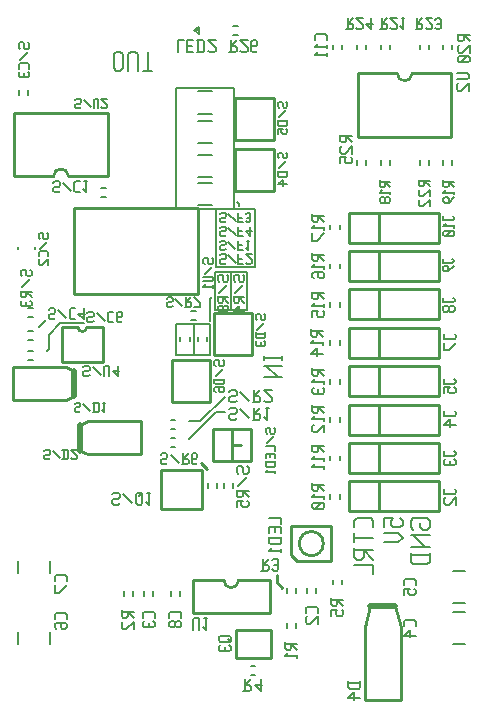
<source format=gbr>
G04 start of page 9 for group -4078 idx -4078 *
G04 Title: (unknown), bottomsilk *
G04 Creator: pcb 1.99z *
G04 CreationDate: Wed 09 Mar 2011 16:43:30 GMT UTC *
G04 For: richard *
G04 Format: Gerber/RS-274X *
G04 PCB-Dimensions: 165354 236220 *
G04 PCB-Coordinate-Origin: lower left *
%MOIN*%
%FSLAX25Y25*%
%LNBACKSILK*%
%ADD11C,0.0200*%
%ADD13C,0.0100*%
%ADD15C,0.0079*%
%ADD64C,0.0080*%
G54D15*X77362Y170473D02*Y171260D01*
X69685Y169488D02*Y150394D01*
X82677Y150197D02*Y169488D01*
X69685Y150197D02*X82677D01*
X77363Y171259D02*X76576Y172046D01*
X75591Y169685D02*X56299D01*
X82677Y169488D02*X69685D01*
X75591Y210039D02*Y169685D01*
X56299Y210039D02*X75591D01*
X56299Y169685D02*Y210039D01*
G54D13*X64567Y85040D02*X66535Y83070D01*
X89764Y47637D02*Y45275D01*
X91732Y43307D01*
G54D15*X56299Y131299D02*Y121063D01*
X67717Y131299D02*X56299D01*
X67717Y121063D02*Y131299D01*
X62205D02*Y121063D01*
X56299D02*X67717D01*
X60630Y98818D02*X64173D01*
X72441Y107086D01*
X69685Y101967D02*X72441Y101968D01*
X60630Y92913D02*X69685Y101968D01*
X67520Y139568D02*X68110Y140158D01*
X67520Y132284D02*Y139568D01*
X69291Y136024D02*Y148622D01*
X79921Y136024D02*X69291D01*
X79921Y148622D02*Y136024D01*
X69291Y148622D02*X79921D01*
X74606D02*Y136024D01*
X13976Y123032D02*X13189Y122245D01*
X13976Y127756D02*Y123032D01*
X17717Y131496D02*X13976Y127756D01*
X12796Y132677D02*X10434Y130315D01*
X25591Y131496D02*X17717D01*
X35435Y216484D02*Y221104D01*
Y216484D02*X36205Y215714D01*
X37745D01*
X38515Y216484D01*
Y221104D01*
X37745Y221874D02*X38515Y221104D01*
X36205Y221874D02*X37745D01*
X35435Y221104D02*X36205Y221874D01*
X40364Y215714D02*Y221104D01*
X41134Y221874D01*
X42674D01*
X43444Y221104D01*
Y215714D02*Y221104D01*
X45294Y215714D02*X48374D01*
X46834D02*Y221874D01*
X85597Y119130D02*Y120670D01*
Y119900D02*X91757D01*
Y119130D02*Y120670D01*
X85597Y117281D02*X91757D01*
X85597D02*X86367D01*
X90217Y113431D01*
X85597D02*X91757D01*
X134621Y63436D02*X135396Y62661D01*
X134621Y63436D02*Y65761D01*
X135396Y66536D02*X134621Y65761D01*
X135396Y66536D02*X140046D01*
X140821Y65761D01*
Y63436D02*Y65761D01*
Y63436D02*X140046Y62661D01*
X138496D02*X140046D01*
X137721Y63436D02*X138496Y62661D01*
X137721Y63436D02*Y64986D01*
X134621Y60800D02*X140821D01*
X134621D02*X135396D01*
X139271Y56925D01*
X134621D02*X140821D01*
X134621Y54288D02*X140821D01*
X134621Y51963D02*X135396Y51188D01*
X140046D01*
X140821Y51963D02*X140046Y51188D01*
X140821Y51963D02*Y55063D01*
X134621Y51963D02*Y55063D01*
X125567Y63436D02*Y66536D01*
X128667D01*
X127892Y65761D01*
Y64211D02*Y65761D01*
Y64211D02*X128667Y63436D01*
X130992D01*
X131767Y64211D02*X130992Y63436D01*
X131767Y64211D02*Y65761D01*
X130992Y66536D02*X131767Y65761D01*
X125567Y61575D02*X130217D01*
X131767Y60025D01*
X130217Y58475D01*
X125567D02*X130217D01*
X121925Y63436D02*Y65761D01*
X121150Y66536D02*X121925Y65761D01*
X116500Y66536D02*X121150D01*
X116500D02*X115725Y65761D01*
Y63436D02*Y65761D01*
Y58475D02*Y61575D01*
Y60025D02*X121925D01*
X115725Y53513D02*Y56613D01*
Y53513D02*X116500Y52738D01*
X118050D01*
X118825Y53513D02*X118050Y52738D01*
X118825Y53513D02*Y55838D01*
X115725D02*X121925D01*
X118825D02*X121925Y52738D01*
X115725Y50877D02*X121925D01*
Y47777D02*Y50877D01*
G54D13*X68503Y96244D02*Y85644D01*
Y96244D02*X81103D01*
Y85644D01*
X68503D02*X81103D01*
X74803Y96244D02*Y85644D01*
Y90944D02*X77803D01*
G54D15*X107744Y74605D02*Y73031D01*
X110760Y74605D02*Y73031D01*
X69815Y78185D02*Y76611D01*
X66799Y78185D02*Y76611D01*
X75327Y78185D02*Y76611D01*
X72311Y78185D02*Y76611D01*
X107744Y87401D02*Y85827D01*
X110760Y87401D02*Y85827D01*
G54D13*X113937Y81614D02*X123937D01*
Y91614D02*Y81614D01*
X113937Y91614D02*Y81614D01*
X143937D01*
Y91614D02*Y81614D01*
X113937Y91614D02*X143937D01*
X113937Y68818D02*X123937D01*
Y78818D02*Y68818D01*
X113937Y78818D02*Y68818D01*
X143937D01*
Y78818D02*Y68818D01*
X113937Y78818D02*X143937D01*
G54D15*X107744Y112991D02*Y111417D01*
X110760Y112991D02*Y111417D01*
X107744Y125787D02*Y124213D01*
X110760Y125787D02*Y124213D01*
X103083Y43306D02*Y41732D01*
X100067Y43306D02*Y41732D01*
X111744Y46062D02*Y44488D01*
X108728Y46062D02*Y44488D01*
G54D11*X120991Y37106D02*X129403D01*
G54D13*X131103Y30106D01*
Y5806D01*
X119291D02*X131103D01*
X119291Y30106D02*Y5806D01*
X120991Y37106D02*X119291Y30106D01*
G54D15*X96390Y31495D02*Y29921D01*
X93374Y31495D02*Y29921D01*
X96389Y43306D02*Y41732D01*
X93373Y43306D02*Y41732D01*
G54D13*X88030Y29306D02*Y19906D01*
X76130Y29306D02*X88030D01*
X76130D02*Y19906D01*
X88030D01*
G54D15*X81103Y17256D02*X82677D01*
X81103Y14240D02*X82677D01*
G54D13*X94688Y54170D02*X96688Y52170D01*
X108068D02*X96688D01*
X108068Y63970D02*Y52170D01*
X94688Y63970D02*X108068D01*
X94688Y54170D02*Y63970D01*
X97378Y58070D02*G75*G03X97378Y58070I4000J0D01*G01*
G54D64*X148623Y49014D02*X152559D01*
X148623Y38386D02*X152559D01*
X148623Y35235D02*X152559D01*
X148623Y24607D02*X152559D01*
G54D15*X38845Y42161D02*Y40587D01*
X41861Y42161D02*Y40587D01*
G54D64*X3544Y52164D02*Y48228D01*
X14172Y52164D02*Y48228D01*
G54D15*X45736Y42161D02*Y40587D01*
X48752Y42161D02*Y40587D01*
G54D13*X51180Y82481D02*Y69681D01*
X65080D01*
Y82481D02*Y69681D01*
X51180Y82481D02*X65080D01*
G54D11*X24334Y89007D02*Y97607D01*
G54D13*X26934Y98807D01*
X44534D01*
Y87807D01*
X26934D01*
X24334Y89007D01*
G54D15*X54492Y90224D02*X56066D01*
X54492Y93240D02*X56066D01*
X54594Y42161D02*Y40587D01*
X57610Y42161D02*Y40587D01*
G54D13*X61834Y45881D02*X72145D01*
X77145D02*X87456D01*
X61834D02*Y34905D01*
X87456D01*
Y45881D02*Y34905D01*
X72145Y45881D02*G75*G03X77145Y45881I2500J0D01*G01*
G54D64*X14172Y28542D02*Y24606D01*
X3544Y28542D02*Y24606D01*
X63582Y178346D02*X68306D01*
X63582Y170866D02*X68306D01*
X63582Y208858D02*X68306D01*
X63582Y201378D02*X68306D01*
G54D13*X88880Y189611D02*Y175711D01*
X76080D02*X88880D01*
X76080Y189611D02*Y175711D01*
Y189611D02*X88880D01*
X76080Y192672D02*Y206572D01*
X88880D01*
Y192672D01*
X76080D01*
G54D64*X63582Y187597D02*X68306D01*
X63582Y180117D02*X68306D01*
X63582Y199016D02*X68306D01*
X63582Y191536D02*X68306D01*
G54D15*X75197Y230641D02*X76771D01*
X75197Y227625D02*X76771D01*
G54D13*X113937Y94409D02*X123937D01*
Y104409D02*Y94409D01*
X113937Y104409D02*Y94409D01*
X143937D01*
Y104409D02*Y94409D01*
X113937Y104409D02*X143937D01*
X113937Y107204D02*X123937D01*
Y117204D02*Y107204D01*
X113937Y117204D02*Y107204D01*
X143937D01*
Y117204D02*Y107204D01*
X113937Y117204D02*X143937D01*
X113937Y120000D02*X123937D01*
Y130000D02*Y120000D01*
X113937Y130000D02*Y120000D01*
X143937D01*
Y130000D02*Y120000D01*
X113937Y130000D02*X143937D01*
G54D15*X107744Y100196D02*Y98622D01*
X110760Y100196D02*Y98622D01*
G54D13*X113937Y132795D02*X123937D01*
Y142795D02*Y132795D01*
X113937Y142795D02*Y132795D01*
X143937D01*
Y142795D02*Y132795D01*
X113937Y142795D02*X143937D01*
G54D15*X107744Y149803D02*Y151377D01*
X110760Y149803D02*Y151377D01*
G54D13*X113937Y158385D02*X123937D01*
Y168385D02*Y158385D01*
X113937Y168385D02*Y158385D01*
X143937D01*
Y168385D02*Y158385D01*
X113937Y168385D02*X143937D01*
G54D15*X107744Y138582D02*Y137008D01*
X110760Y138582D02*Y137008D01*
G54D13*X113937Y145590D02*X123937D01*
Y155590D02*Y145590D01*
X113937Y155590D02*Y145590D01*
X143937D01*
Y155590D02*Y145590D01*
X113937Y155590D02*X143937D01*
X2347Y201651D02*Y180439D01*
Y201651D02*X33479D01*
Y180439D01*
X2347D02*X15413D01*
X20413D02*X33479D01*
X20413D02*G75*G03X15413Y180439I-2500J0D01*G01*
G54D64*X9251Y156888D02*Y156102D01*
X3741Y156888D02*Y156102D01*
G54D15*X31263Y173689D02*X32837D01*
X31263Y176705D02*X32837D01*
X62366Y229133D02*X63940D01*
X62366D02*X63940Y227952D01*
X62366Y229133D02*X63940Y230314D01*
Y227952D02*Y230314D01*
G54D13*X18148Y130241D02*X23548D01*
X26648D02*X32048D01*
Y118441D01*
X18148D02*X32048D01*
X18148Y130241D02*Y118441D01*
X23548Y130241D02*G75*G03X26548Y130241I1500J0D01*G01*
X22218Y141312D02*X63618D01*
X22218Y169812D02*Y141312D01*
Y169812D02*X63618D01*
Y141312D01*
G54D15*X7088Y136547D02*X8662D01*
X7088Y133531D02*X8662D01*
G54D11*X22123Y115717D02*Y107117D01*
G54D13*X19523Y105917D01*
X1923D02*X19523D01*
X1923Y116917D02*Y105917D01*
Y116917D02*X19523D01*
X22123Y115717D01*
G54D15*X54492Y96130D02*X56066D01*
X54492Y99146D02*X56066D01*
X6854Y126051D02*X8428D01*
X6854Y129067D02*X8428D01*
X7087Y122374D02*X8661D01*
X7087Y119358D02*X8661D01*
X7019Y209216D02*Y207642D01*
X4003Y209216D02*Y207642D01*
G54D13*X67738Y119224D02*Y105324D01*
X54938D02*X67738D01*
X54938Y119224D02*Y105324D01*
Y119224D02*X67738D01*
G54D15*X63453Y127004D02*Y125430D01*
X66469Y127004D02*Y125430D01*
X57745Y127004D02*Y125430D01*
X60761Y127004D02*Y125430D01*
X61185Y135760D02*X62759D01*
X61185Y132744D02*X62759D01*
X107744Y164369D02*Y162795D01*
X110760Y164369D02*Y162795D01*
G54D13*X68833Y120890D02*Y134790D01*
X81633D01*
Y120890D01*
X68833D01*
G54D15*X145342Y224409D02*Y222835D01*
X148358Y224409D02*Y222835D01*
X124476Y224409D02*Y222835D01*
X127492Y224409D02*Y222835D01*
X140484Y224409D02*Y222835D01*
X137468Y224409D02*Y222835D01*
G54D13*X148046Y214837D02*Y193625D01*
X116914D02*X148046D01*
X116914Y214837D02*Y193625D01*
X134980Y214837D02*X148046D01*
X116914D02*X129980D01*
G75*G03X134980Y214837I2500J0D01*G01*
G54D15*X119618Y224409D02*Y222835D01*
X116602Y224409D02*Y222835D01*
X111744Y224409D02*Y222835D01*
X108728Y224409D02*Y222835D01*
X148358Y185826D02*Y184252D01*
X145342Y185826D02*Y184252D01*
X137468Y185825D02*Y184251D01*
X140484Y185825D02*Y184251D01*
X116602Y185826D02*Y184252D01*
X119618Y185826D02*Y184252D01*
X127491Y185827D02*Y184253D01*
X124475Y185827D02*Y184253D01*
X90214Y186869D02*X90604Y186479D01*
X90214Y186869D02*Y188039D01*
X90604Y188429D02*X90214Y188039D01*
X90604Y188429D02*X91384D01*
X91774Y188039D01*
Y186869D02*Y188039D01*
Y186869D02*X92164Y186479D01*
X92944D01*
X93334Y186869D02*X92944Y186479D01*
X93334Y186869D02*Y188039D01*
X92944Y188429D02*X93334Y188039D01*
X92944Y185543D02*X90604Y183203D01*
X90214Y181876D02*X93334D01*
X90214Y180706D02*X90604Y180316D01*
X92944D01*
X93334Y180706D02*X92944Y180316D01*
X93334Y180706D02*Y182266D01*
X90214Y180706D02*Y182266D01*
X91774Y179379D02*X90214Y177819D01*
X91774Y177429D02*Y179379D01*
X90214Y177819D02*X93334D01*
X106575Y225878D02*Y227378D01*
X106075Y227878D02*X106575Y227378D01*
X103075Y227878D02*X106075D01*
X103075D02*X102575Y227378D01*
Y225878D02*Y227378D01*
X106575Y223177D02*Y224177D01*
X102575Y223677D02*X106575D01*
X103575Y224677D02*X102575Y223677D01*
X106575Y220476D02*Y221476D01*
X102575Y220976D02*X106575D01*
X103575Y221976D02*X102575Y220976D01*
X90216Y203799D02*X90606Y203409D01*
X90216Y203799D02*Y204969D01*
X90606Y205359D02*X90216Y204969D01*
X90606Y205359D02*X91386D01*
X91776Y204969D01*
Y203799D02*Y204969D01*
Y203799D02*X92166Y203409D01*
X92946D01*
X93336Y203799D02*X92946Y203409D01*
X93336Y203799D02*Y204969D01*
X92946Y205359D02*X93336Y204969D01*
X92946Y202473D02*X90606Y200133D01*
X90216Y198806D02*X93336D01*
X90216Y197636D02*X90606Y197246D01*
X92946D01*
X93336Y197636D02*X92946Y197246D01*
X93336Y197636D02*Y199196D01*
X90216Y197636D02*Y199196D01*
Y194749D02*Y196309D01*
X91776D01*
X91386Y195919D01*
Y195139D02*Y195919D01*
Y195139D02*X91776Y194749D01*
X92946D01*
X93336Y195139D02*X92946Y194749D01*
X93336Y195139D02*Y195919D01*
X92946Y196309D02*X93336Y195919D01*
X72426Y151370D02*X72816Y151760D01*
X71256Y151370D02*X72426D01*
X70866Y151760D02*X71256Y151370D01*
X70866Y151760D02*Y152540D01*
X71256Y152930D01*
X72426D01*
X72816Y153320D01*
Y154100D01*
X72426Y154490D02*X72816Y154100D01*
X71256Y154490D02*X72426D01*
X70866Y154100D02*X71256Y154490D01*
X73752Y154100D02*X76092Y151760D01*
X77029Y151370D02*Y154490D01*
Y151370D02*X78589D01*
X77029Y152930D02*X78199D01*
X79526Y151760D02*X79916Y151370D01*
X81086D01*
X81476Y151760D01*
Y152540D01*
X79526Y154490D02*X81476Y152540D01*
X79526Y154490D02*X81476D01*
X72424Y155897D02*X72814Y156287D01*
X71254Y155897D02*X72424D01*
X70864Y156287D02*X71254Y155897D01*
X70864Y156287D02*Y157067D01*
X71254Y157457D01*
X72424D01*
X72814Y157847D01*
Y158627D01*
X72424Y159017D02*X72814Y158627D01*
X71254Y159017D02*X72424D01*
X70864Y158627D02*X71254Y159017D01*
X73750Y158627D02*X76090Y156287D01*
X77027Y155897D02*Y159017D01*
Y155897D02*X78587D01*
X77027Y157457D02*X78197D01*
X79914Y159017D02*X80694D01*
X80304Y155897D02*Y159017D01*
X79524Y156677D02*X80304Y155897D01*
X65387Y151624D02*X65777Y151234D01*
X65387Y151624D02*Y152794D01*
X65777Y153184D02*X65387Y152794D01*
X65777Y153184D02*X66557D01*
X66947Y152794D01*
Y151624D02*Y152794D01*
Y151624D02*X67337Y151234D01*
X68117D01*
X68507Y151624D02*X68117Y151234D01*
X68507Y151624D02*Y152794D01*
X68117Y153184D02*X68507Y152794D01*
X68117Y150298D02*X65777Y147958D01*
X65387Y147021D02*X68117D01*
X68507Y146631D01*
Y145851D02*Y146631D01*
Y145851D02*X68117Y145461D01*
X65387D02*X68117D01*
X68507Y143354D02*Y144134D01*
X65387Y143744D02*X68507D01*
X66167Y144524D02*X65387Y143744D01*
X72425Y160622D02*X72815Y161012D01*
X71255Y160622D02*X72425D01*
X70865Y161012D02*X71255Y160622D01*
X70865Y161012D02*Y161792D01*
X71255Y162182D01*
X72425D01*
X72815Y162572D01*
Y163352D01*
X72425Y163742D02*X72815Y163352D01*
X71255Y163742D02*X72425D01*
X70865Y163352D02*X71255Y163742D01*
X73751Y163352D02*X76091Y161012D01*
X77028Y160622D02*Y163742D01*
Y160622D02*X78588D01*
X77028Y162182D02*X78198D01*
X79525D02*X81085Y160622D01*
X79525Y162182D02*X81475D01*
X81085Y160622D02*Y163742D01*
X72425Y165150D02*X72815Y165540D01*
X71255Y165150D02*X72425D01*
X70865Y165540D02*X71255Y165150D01*
X70865Y165540D02*Y166320D01*
X71255Y166710D01*
X72425D01*
X72815Y167100D01*
Y167880D01*
X72425Y168270D02*X72815Y167880D01*
X71255Y168270D02*X72425D01*
X70865Y167880D02*X71255Y168270D01*
X73751Y167880D02*X76091Y165540D01*
X77028Y165150D02*Y168270D01*
Y165150D02*X78588D01*
X77028Y166710D02*X78198D01*
X79525Y165540D02*X79915Y165150D01*
X80695D01*
X81085Y165540D01*
Y167880D01*
X80695Y168270D02*X81085Y167880D01*
X79915Y168270D02*X80695D01*
X79525Y167880D02*X79915Y168270D01*
Y166710D02*X81085D01*
X74016Y221866D02*X76016D01*
X76516Y222366D01*
Y223366D01*
X76016Y223866D02*X76516Y223366D01*
X74516Y223866D02*X76016D01*
X74516Y221866D02*Y225866D01*
Y223866D02*X76516Y225866D01*
X77717Y222366D02*X78217Y221866D01*
X79717D01*
X80217Y222366D01*
Y223366D01*
X77717Y225866D02*X80217Y223366D01*
X77717Y225866D02*X80217D01*
X82918Y221866D02*X83418Y222366D01*
X81918Y221866D02*X82918D01*
X81418Y222366D02*X81918Y221866D01*
X81418Y222366D02*Y225366D01*
X81918Y225866D01*
X82918Y223866D02*X83418Y224366D01*
X81418Y223866D02*X82918D01*
X81918Y225866D02*X82918D01*
X83418Y225366D01*
Y224366D02*Y225366D01*
X92732Y23195D02*Y25195D01*
Y23195D02*X93232Y22695D01*
X94232D01*
X94732Y23195D02*X94232Y22695D01*
X94732Y23195D02*Y24695D01*
X92732D02*X96732D01*
X94732D02*X96732Y22695D01*
Y19994D02*Y20994D01*
X92732Y20494D02*X96732D01*
X93732Y21494D02*X92732Y20494D01*
X70981Y27399D02*X73981D01*
X70981D02*X70481Y26899D01*
Y25899D02*Y26899D01*
Y25899D02*X70981Y25399D01*
X73981D01*
X74481Y25899D02*X73981Y25399D01*
X74481Y25899D02*Y26899D01*
X73981Y27399D02*X74481Y26899D01*
X73481Y26399D02*X74481Y25399D01*
X70981Y24198D02*X70481Y23698D01*
Y22698D02*Y23698D01*
Y22698D02*X70981Y22198D01*
X73981D01*
X74481Y22698D02*X73981Y22198D01*
X74481Y22698D02*Y23698D01*
X73981Y24198D02*X74481Y23698D01*
X72481Y22198D02*Y23698D01*
X78740Y8874D02*X80740D01*
X81240Y9374D01*
Y10374D01*
X80740Y10874D02*X81240Y10374D01*
X79240Y10874D02*X80740D01*
X79240Y8874D02*Y12874D01*
Y10874D02*X81240Y12874D01*
X82441Y10874D02*X84441Y8874D01*
X82441Y10874D02*X84941D01*
X84441Y8874D02*Y12874D01*
X38205Y33789D02*Y35789D01*
Y33789D02*X38705Y33289D01*
X39705D01*
X40205Y33789D02*X39705Y33289D01*
X40205Y33789D02*Y35289D01*
X38205D02*X42205D01*
X40205D02*X42205Y33289D01*
X38705Y32088D02*X38205Y31588D01*
Y30088D02*Y31588D01*
Y30088D02*X38705Y29588D01*
X39705D01*
X42205Y32088D02*X39705Y29588D01*
X42205D02*Y32088D01*
X19763Y45443D02*Y46943D01*
X19263Y47443D02*X19763Y46943D01*
X16263Y47443D02*X19263D01*
X16263D02*X15763Y46943D01*
Y45443D02*Y46943D01*
X19763Y44242D02*X17263Y41742D01*
X15763D02*X17263D01*
X15763D02*Y44242D01*
X49096Y33396D02*Y34896D01*
X48596Y35396D02*X49096Y34896D01*
X45596Y35396D02*X48596D01*
X45596D02*X45096Y34896D01*
Y33396D02*Y34896D01*
X45596Y32195D02*X45096Y31695D01*
Y30695D02*Y31695D01*
Y30695D02*X45596Y30195D01*
X48596D01*
X49096Y30695D02*X48596Y30195D01*
X49096Y30695D02*Y31695D01*
X48596Y32195D02*X49096Y31695D01*
X47096Y30195D02*Y31695D01*
X57954Y33396D02*Y34896D01*
X57454Y35396D02*X57954Y34896D01*
X54454Y35396D02*X57454D01*
X54454D02*X53954Y34896D01*
Y33396D02*Y34896D01*
X57454Y32195D02*X57954Y31695D01*
X56454Y32195D02*X57454D01*
X56454D02*X55954Y31695D01*
Y30695D02*Y31695D01*
Y30695D02*X56454Y30195D01*
X57454D01*
X57954Y30695D02*X57454Y30195D01*
X57954Y30695D02*Y31695D01*
X55454Y32195D02*X55954Y31695D01*
X54454Y32195D02*X55454D01*
X54454D02*X53954Y31695D01*
Y30695D02*Y31695D01*
Y30695D02*X54454Y30195D01*
X55454D01*
X55954Y30695D02*X55454Y30195D01*
X103427Y35007D02*Y36507D01*
X102927Y37007D02*X103427Y36507D01*
X99927Y37007D02*X102927D01*
X99927D02*X99427Y36507D01*
Y35007D02*Y36507D01*
X99927Y33806D02*X99427Y33306D01*
Y31806D02*Y33306D01*
Y31806D02*X99927Y31306D01*
X100927D01*
X103427Y33806D02*X100927Y31306D01*
X103427D02*Y33806D01*
X84647Y49029D02*X86647D01*
X87147Y49529D01*
Y50529D01*
X86647Y51029D02*X87147Y50529D01*
X85147Y51029D02*X86647D01*
X85147Y49029D02*Y53029D01*
Y51029D02*X87147Y53029D01*
X88348Y49529D02*X88848Y49029D01*
X89848D01*
X90348Y49529D01*
Y52529D01*
X89848Y53029D02*X90348Y52529D01*
X88848Y53029D02*X89848D01*
X88348Y52529D02*X88848Y53029D01*
Y51029D02*X90348D01*
X61938Y29409D02*Y32909D01*
X62438Y33409D01*
X63438D01*
X63938Y32909D01*
Y29409D02*Y32909D01*
X65639Y33409D02*X66639D01*
X66139Y29409D02*Y33409D01*
X65139Y30409D02*X66139Y29409D01*
X19762Y32842D02*Y34342D01*
X19262Y34842D02*X19762Y34342D01*
X16262Y34842D02*X19262D01*
X16262D02*X15762Y34342D01*
Y32842D02*Y34342D01*
Y30141D02*X16262Y29641D01*
X15762Y30141D02*Y31141D01*
X16262Y31641D02*X15762Y31141D01*
X16262Y31641D02*X19262D01*
X19762Y31141D01*
X17762Y30141D02*X18262Y29641D01*
X17762Y30141D02*Y31641D01*
X19762Y30141D02*Y31141D01*
Y30141D02*X19262Y29641D01*
X18262D02*X19262D01*
X113741Y11704D02*X117741D01*
X113741Y10204D02*X114241Y9704D01*
X117241D01*
X117741Y10204D02*X117241Y9704D01*
X117741Y10204D02*Y12204D01*
X113741Y10204D02*Y12204D01*
X115741Y8503D02*X113741Y6503D01*
X115741Y6003D02*Y8503D01*
X113741Y6503D02*X117741D01*
X145511Y111334D02*Y112834D01*
Y111334D02*X149011D01*
X149511Y111834D02*X149011Y111334D01*
X149511Y111834D02*Y112334D01*
X149011Y112834D02*X149511Y112334D01*
X145511Y108133D02*Y110133D01*
X147511D01*
X147011Y109633D01*
Y108633D02*Y109633D01*
Y108633D02*X147511Y108133D01*
X149011D01*
X149511Y108633D02*X149011Y108133D01*
X149511Y108633D02*Y109633D01*
X149011Y110133D02*X149511Y109633D01*
X145710Y126295D02*Y127795D01*
Y126295D02*X149210D01*
X149710Y126795D02*X149210Y126295D01*
X149710Y126795D02*Y127295D01*
X149210Y127795D02*X149710Y127295D01*
Y125094D02*X147210Y122594D01*
X145710D02*X147210D01*
X145710D02*Y125094D01*
X145118Y138501D02*Y140001D01*
Y138501D02*X148618D01*
X149118Y139001D02*X148618Y138501D01*
X149118Y139001D02*Y139501D01*
X148618Y140001D02*X149118Y139501D01*
X148618Y137300D02*X149118Y136800D01*
X147618Y137300D02*X148618D01*
X147618D02*X147118Y136800D01*
Y135800D02*Y136800D01*
Y135800D02*X147618Y135300D01*
X148618D01*
X149118Y135800D02*X148618Y135300D01*
X149118Y135800D02*Y136800D01*
X146618Y137300D02*X147118Y136800D01*
X145618Y137300D02*X146618D01*
X145618D02*X145118Y136800D01*
Y135800D02*Y136800D01*
Y135800D02*X145618Y135300D01*
X146618D01*
X147118Y135800D02*X146618Y135300D01*
X108087Y37764D02*Y39764D01*
Y37764D02*X108587Y37264D01*
X109587D01*
X110087Y37764D02*X109587Y37264D01*
X110087Y37764D02*Y39264D01*
X108087D02*X112087D01*
X110087D02*X112087Y37264D01*
X108087Y34063D02*Y36063D01*
X110087D01*
X109587Y35563D01*
Y34563D02*Y35563D01*
Y34563D02*X110087Y34063D01*
X111587D01*
X112087Y34563D02*X111587Y34063D01*
X112087Y34563D02*Y35563D01*
X111587Y36063D02*X112087Y35563D01*
X136101Y44259D02*Y45759D01*
X135601Y46259D02*X136101Y45759D01*
X132601Y46259D02*X135601D01*
X132601D02*X132101Y45759D01*
Y44259D02*Y45759D01*
Y41058D02*Y43058D01*
X134101D01*
X133601Y42558D01*
Y41558D02*Y42558D01*
Y41558D02*X134101Y41058D01*
X135601D01*
X136101Y41558D02*X135601Y41058D01*
X136101Y41558D02*Y42558D01*
X135601Y43058D02*X136101Y42558D01*
X136100Y30480D02*Y31980D01*
X135600Y32480D02*X136100Y31980D01*
X132600Y32480D02*X135600D01*
X132600D02*X132100Y31980D01*
Y30480D02*Y31980D01*
X134100Y29279D02*X132100Y27279D01*
X134100Y26779D02*Y29279D01*
X132100Y27279D02*X136100D01*
X86122Y95131D02*X86512Y94741D01*
X86122Y95131D02*Y96301D01*
X86512Y96691D02*X86122Y96301D01*
X86512Y96691D02*X87292D01*
X87682Y96301D01*
Y95131D02*Y96301D01*
Y95131D02*X88072Y94741D01*
X88852D01*
X89242Y95131D02*X88852Y94741D01*
X89242Y95131D02*Y96301D01*
X88852Y96691D02*X89242Y96301D01*
X88852Y93805D02*X86512Y91465D01*
X86122Y90528D02*X89242D01*
Y88968D02*Y90528D01*
X87682Y86861D02*Y88031D01*
X89242Y86471D02*Y88031D01*
X86122D02*X89242D01*
X86122Y86471D02*Y88031D01*
Y85144D02*X89242D01*
X86122Y83974D02*X86512Y83584D01*
X88852D01*
X89242Y83974D02*X88852Y83584D01*
X89242Y83974D02*Y85534D01*
X86122Y83974D02*Y85534D01*
X89242Y81478D02*Y82258D01*
X86122Y81868D02*X89242D01*
X86902Y82648D02*X86122Y81868D01*
X101592Y76147D02*Y78147D01*
Y76147D02*X102092Y75647D01*
X103092D01*
X103592Y76147D02*X103092Y75647D01*
X103592Y76147D02*Y77647D01*
X101592D02*X105592D01*
X103592D02*X105592Y75647D01*
Y72946D02*Y73946D01*
X101592Y73446D02*X105592D01*
X102592Y74446D02*X101592Y73446D01*
X105092Y71745D02*X105592Y71245D01*
X102092Y71745D02*X105092D01*
X102092D02*X101592Y71245D01*
Y70245D02*Y71245D01*
Y70245D02*X102092Y69745D01*
X105092D01*
X105592Y70245D02*X105092Y69745D01*
X105592Y70245D02*Y71245D01*
X104592Y71745D02*X102592Y69745D01*
X87366Y66730D02*X91366D01*
Y64730D02*Y66730D01*
X89366Y62029D02*Y63529D01*
X91366Y61529D02*Y63529D01*
X87366D02*X91366D01*
X87366Y61529D02*Y63529D01*
Y59828D02*X91366D01*
X87366Y58328D02*X87866Y57828D01*
X90866D01*
X91366Y58328D02*X90866Y57828D01*
X91366Y58328D02*Y60328D01*
X87366Y58328D02*Y60328D01*
X91366Y55127D02*Y56127D01*
X87366Y55627D02*X91366D01*
X88366Y56627D02*X87366Y55627D01*
X101591Y88944D02*Y90944D01*
Y88944D02*X102091Y88444D01*
X103091D01*
X103591Y88944D02*X103091Y88444D01*
X103591Y88944D02*Y90444D01*
X101591D02*X105591D01*
X103591D02*X105591Y88444D01*
Y85743D02*Y86743D01*
X101591Y86243D02*X105591D01*
X102591Y87243D02*X101591Y86243D01*
X105591Y83042D02*Y84042D01*
X101591Y83542D02*X105591D01*
X102591Y84542D02*X101591Y83542D01*
X82892Y133062D02*X83282Y132672D01*
X82892Y133062D02*Y134232D01*
X83282Y134622D02*X82892Y134232D01*
X83282Y134622D02*X84062D01*
X84452Y134232D01*
Y133062D02*Y134232D01*
Y133062D02*X84842Y132672D01*
X85622D01*
X86012Y133062D02*X85622Y132672D01*
X86012Y133062D02*Y134232D01*
X85622Y134622D02*X86012Y134232D01*
X85622Y131736D02*X83282Y129396D01*
X82892Y128069D02*X86012D01*
X82892Y126899D02*X83282Y126509D01*
X85622D01*
X86012Y126899D02*X85622Y126509D01*
X86012Y126899D02*Y128459D01*
X82892Y126899D02*Y128459D01*
X83282Y125572D02*X82892Y125182D01*
Y124402D02*Y125182D01*
Y124402D02*X83282Y124012D01*
X85622D01*
X86012Y124402D02*X85622Y124012D01*
X86012Y124402D02*Y125182D01*
X85622Y125572D02*X86012Y125182D01*
X84452Y124012D02*Y125182D01*
X76015Y105135D02*X76515Y105635D01*
X74515Y105135D02*X76015D01*
X74015Y105635D02*X74515Y105135D01*
X74015Y105635D02*Y106635D01*
X74515Y107135D01*
X76015D01*
X76515Y107635D01*
Y108635D01*
X76015Y109135D02*X76515Y108635D01*
X74515Y109135D02*X76015D01*
X74015Y108635D02*X74515Y109135D01*
X77716Y108635D02*X80716Y105635D01*
X81917Y105135D02*X83917D01*
X84417Y105635D01*
Y106635D01*
X83917Y107135D02*X84417Y106635D01*
X82417Y107135D02*X83917D01*
X82417Y105135D02*Y109135D01*
Y107135D02*X84417Y109135D01*
X85618Y105635D02*X86118Y105135D01*
X87618D01*
X88118Y105635D01*
Y106635D01*
X85618Y109135D02*X88118Y106635D01*
X85618Y109135D02*X88118D01*
X76016Y99426D02*X76516Y99926D01*
X74516Y99426D02*X76016D01*
X74016Y99926D02*X74516Y99426D01*
X74016Y99926D02*Y100926D01*
X74516Y101426D01*
X76016D01*
X76516Y101926D01*
Y102926D01*
X76016Y103426D02*X76516Y102926D01*
X74516Y103426D02*X76016D01*
X74016Y102926D02*X74516Y103426D01*
X77717Y102926D02*X80717Y99926D01*
X81918Y99426D02*X83918D01*
X84418Y99926D01*
Y100926D01*
X83918Y101426D02*X84418Y100926D01*
X82418Y101426D02*X83918D01*
X82418Y99426D02*Y103426D01*
Y101426D02*X84418Y103426D01*
X86119D02*X87119D01*
X86619Y99426D02*Y103426D01*
X85619Y100426D02*X86619Y99426D01*
X145707Y100704D02*Y102204D01*
Y100704D02*X149207D01*
X149707Y101204D02*X149207Y100704D01*
X149707Y101204D02*Y101704D01*
X149207Y102204D02*X149707Y101704D01*
X147707Y99503D02*X145707Y97503D01*
X147707Y97003D02*Y99503D01*
X145707Y97503D02*X149707D01*
X145512Y87319D02*Y88819D01*
Y87319D02*X149012D01*
X149512Y87819D02*X149012Y87319D01*
X149512Y87819D02*Y88319D01*
X149012Y88819D02*X149512Y88319D01*
X146012Y86118D02*X145512Y85618D01*
Y84618D02*Y85618D01*
Y84618D02*X146012Y84118D01*
X149012D01*
X149512Y84618D02*X149012Y84118D01*
X149512Y84618D02*Y85618D01*
X149012Y86118D02*X149512Y85618D01*
X147512Y84118D02*Y85618D01*
X145708Y74721D02*Y76221D01*
Y74721D02*X149208D01*
X149708Y75221D02*X149208Y74721D01*
X149708Y75221D02*Y75721D01*
X149208Y76221D02*X149708Y75721D01*
X146208Y73520D02*X145708Y73020D01*
Y71520D02*Y73020D01*
Y71520D02*X146208Y71020D01*
X147208D01*
X149708Y73520D02*X147208Y71020D01*
X149708D02*Y73520D01*
X101591Y102134D02*Y104134D01*
Y102134D02*X102091Y101634D01*
X103091D01*
X103591Y102134D02*X103091Y101634D01*
X103591Y102134D02*Y103634D01*
X101591D02*X105591D01*
X103591D02*X105591Y101634D01*
Y98933D02*Y99933D01*
X101591Y99433D02*X105591D01*
X102591Y100433D02*X101591Y99433D01*
X102091Y97732D02*X101591Y97232D01*
Y95732D02*Y97232D01*
Y95732D02*X102091Y95232D01*
X103091D01*
X105591Y97732D02*X103091Y95232D01*
X105591D02*Y97732D01*
X101591Y140055D02*Y142055D01*
Y140055D02*X102091Y139555D01*
X103091D01*
X103591Y140055D02*X103091Y139555D01*
X103591Y140055D02*Y141555D01*
X101591D02*X105591D01*
X103591D02*X105591Y139555D01*
Y136854D02*Y137854D01*
X101591Y137354D02*X105591D01*
X102591Y138354D02*X101591Y137354D01*
Y133653D02*Y135653D01*
X103591D01*
X103091Y135153D01*
Y134153D02*Y135153D01*
Y134153D02*X103591Y133653D01*
X105091D01*
X105591Y134153D02*X105091Y133653D01*
X105591Y134153D02*Y135153D01*
X105091Y135653D02*X105591Y135153D01*
X101591Y114465D02*Y116465D01*
Y114465D02*X102091Y113965D01*
X103091D01*
X103591Y114465D02*X103091Y113965D01*
X103591Y114465D02*Y115965D01*
X101591D02*X105591D01*
X103591D02*X105591Y113965D01*
Y111264D02*Y112264D01*
X101591Y111764D02*X105591D01*
X102591Y112764D02*X101591Y111764D01*
X102091Y110063D02*X101591Y109563D01*
Y108563D02*Y109563D01*
Y108563D02*X102091Y108063D01*
X105091D01*
X105591Y108563D02*X105091Y108063D01*
X105591Y108563D02*Y109563D01*
X105091Y110063D02*X105591Y109563D01*
X103591Y108063D02*Y109563D01*
X101393Y127525D02*Y129525D01*
Y127525D02*X101893Y127025D01*
X102893D01*
X103393Y127525D02*X102893Y127025D01*
X103393Y127525D02*Y129025D01*
X101393D02*X105393D01*
X103393D02*X105393Y127025D01*
Y124324D02*Y125324D01*
X101393Y124824D02*X105393D01*
X102393Y125824D02*X101393Y124824D01*
X103393Y123123D02*X101393Y121123D01*
X103393Y120623D02*Y123123D01*
X101393Y121123D02*X105393D01*
X101592Y152884D02*Y154884D01*
Y152884D02*X102092Y152384D01*
X103092D01*
X103592Y152884D02*X103092Y152384D01*
X103592Y152884D02*Y154384D01*
X101592D02*X105592D01*
X103592D02*X105592Y152384D01*
Y149683D02*Y150683D01*
X101592Y150183D02*X105592D01*
X102592Y151183D02*X101592Y150183D01*
Y146982D02*X102092Y146482D01*
X101592Y146982D02*Y147982D01*
X102092Y148482D02*X101592Y147982D01*
X102092Y148482D02*X105092D01*
X105592Y147982D01*
X103592Y146982D02*X104092Y146482D01*
X103592Y146982D02*Y148482D01*
X105592Y146982D02*Y147982D01*
Y146982D02*X105092Y146482D01*
X104092D02*X105092D01*
X101593Y165913D02*Y167913D01*
Y165913D02*X102093Y165413D01*
X103093D01*
X103593Y165913D02*X103093Y165413D01*
X103593Y165913D02*Y167413D01*
X101593D02*X105593D01*
X103593D02*X105593Y165413D01*
Y162712D02*Y163712D01*
X101593Y163212D02*X105593D01*
X102593Y164212D02*X101593Y163212D01*
X105593Y161511D02*X103093Y159011D01*
X101593D02*X103093D01*
X101593D02*Y161511D01*
X150210Y225954D02*Y227954D01*
Y225954D02*X150710Y225454D01*
X151710D01*
X152210Y225954D02*X151710Y225454D01*
X152210Y225954D02*Y227454D01*
X150210D02*X154210D01*
X152210D02*X154210Y225454D01*
X150710Y224253D02*X150210Y223753D01*
Y222253D02*Y223753D01*
Y222253D02*X150710Y221753D01*
X151710D01*
X154210Y224253D02*X151710Y221753D01*
X154210D02*Y224253D01*
X153710Y220552D02*X154210Y220052D01*
X150710Y220552D02*X153710D01*
X150710D02*X150210Y220052D01*
Y219052D02*Y220052D01*
Y219052D02*X150710Y218552D01*
X153710D01*
X154210Y219052D02*X153710Y218552D01*
X154210Y219052D02*Y220052D01*
X153210Y220552D02*X151210Y218552D01*
X145403Y165830D02*Y167165D01*
Y165830D02*X148518D01*
X148963Y166275D02*X148518Y165830D01*
X148963Y166275D02*Y166720D01*
X148518Y167165D02*X148963Y166720D01*
Y163427D02*Y164317D01*
X145403Y163872D02*X148963D01*
X146293Y164762D02*X145403Y163872D01*
X148518Y162358D02*X148963Y161913D01*
X145848Y162358D02*X148518D01*
X145848D02*X145403Y161913D01*
Y161023D02*Y161913D01*
Y161023D02*X145848Y160578D01*
X148518D01*
X148963Y161023D02*X148518Y160578D01*
X148963Y161023D02*Y161913D01*
X148073Y162358D02*X146293Y160578D01*
X145379Y177354D02*Y179134D01*
Y177354D02*X145824Y176909D01*
X146714D01*
X147159Y177354D02*X146714Y176909D01*
X147159Y177354D02*Y178689D01*
X145379D02*X148939D01*
X147159D02*X148939Y176909D01*
Y174506D02*Y175396D01*
X145379Y174951D02*X148939D01*
X146269Y175841D02*X145379Y174951D01*
X148939Y173437D02*X147159Y171657D01*
X145824D02*X147159D01*
X145379Y172102D02*X145824Y171657D01*
X145379Y172102D02*Y172992D01*
X145824Y173437D02*X145379Y172992D01*
X145824Y173437D02*X146714D01*
X147159Y172992D01*
Y171657D02*Y172992D01*
X149824Y214792D02*X153324D01*
X153824Y214292D01*
Y213292D02*Y214292D01*
Y213292D02*X153324Y212792D01*
X149824D02*X153324D01*
X150324Y211591D02*X149824Y211091D01*
Y209591D02*Y211091D01*
Y209591D02*X150324Y209091D01*
X151324D01*
X153824Y211591D02*X151324Y209091D01*
X153824D02*Y211591D01*
X145205Y151656D02*Y152991D01*
Y151656D02*X148320D01*
X148765Y152101D02*X148320Y151656D01*
X148765Y152101D02*Y152546D01*
X148320Y152991D02*X148765Y152546D01*
Y150588D02*X146985Y148808D01*
X145650D02*X146985D01*
X145205Y149253D02*X145650Y148808D01*
X145205Y149253D02*Y150143D01*
X145650Y150588D02*X145205Y150143D01*
X145650Y150588D02*X146540D01*
X146985Y150143D01*
Y148808D02*Y150143D01*
X137307Y177549D02*Y179329D01*
Y177549D02*X137752Y177104D01*
X138642D01*
X139087Y177549D02*X138642Y177104D01*
X139087Y177549D02*Y178884D01*
X137307D02*X140867D01*
X139087D02*X140867Y177104D01*
X137752Y176036D02*X137307Y175591D01*
Y174256D02*Y175591D01*
Y174256D02*X137752Y173811D01*
X138642D01*
X140867Y176036D02*X138642Y173811D01*
X140867D02*Y176036D01*
X137752Y172742D02*X137307Y172297D01*
Y170962D02*Y172297D01*
Y170962D02*X137752Y170517D01*
X138642D01*
X140867Y172742D02*X138642Y170517D01*
X140867D02*Y172742D01*
X111039Y192291D02*Y194291D01*
Y192291D02*X111539Y191791D01*
X112539D01*
X113039Y192291D02*X112539Y191791D01*
X113039Y192291D02*Y193791D01*
X111039D02*X115039D01*
X113039D02*X115039Y191791D01*
X111539Y190590D02*X111039Y190090D01*
Y188590D02*Y190090D01*
Y188590D02*X111539Y188090D01*
X112539D01*
X115039Y190590D02*X112539Y188090D01*
X115039D02*Y190590D01*
X111039Y184889D02*Y186889D01*
X113039D01*
X112539Y186389D01*
Y185389D02*Y186389D01*
Y185389D02*X113039Y184889D01*
X114539D01*
X115039Y185389D02*X114539Y184889D01*
X115039Y185389D02*Y186389D01*
X114539Y186889D02*X115039Y186389D01*
X124117Y177354D02*Y179134D01*
Y177354D02*X124562Y176909D01*
X125452D01*
X125897Y177354D02*X125452Y176909D01*
X125897Y177354D02*Y178689D01*
X124117D02*X127677D01*
X125897D02*X127677Y176909D01*
Y174506D02*Y175396D01*
X124117Y174951D02*X127677D01*
X125007Y175841D02*X124117Y174951D01*
X127232Y173437D02*X127677Y172992D01*
X126342Y173437D02*X127232D01*
X126342D02*X125897Y172992D01*
Y172102D02*Y172992D01*
Y172102D02*X126342Y171657D01*
X127232D01*
X127677Y172102D02*X127232Y171657D01*
X127677Y172102D02*Y172992D01*
X125452Y173437D02*X125897Y172992D01*
X124562Y173437D02*X125452D01*
X124562D02*X124117Y172992D01*
Y172102D02*Y172992D01*
Y172102D02*X124562Y171657D01*
X125452D01*
X125897Y172102D02*X125452Y171657D01*
X124409Y229629D02*X126189D01*
X126634Y230074D01*
Y230964D01*
X126189Y231409D02*X126634Y230964D01*
X124854Y231409D02*X126189D01*
X124854Y229629D02*Y233189D01*
Y231409D02*X126634Y233189D01*
X127702Y230074D02*X128147Y229629D01*
X129482D01*
X129927Y230074D01*
Y230964D01*
X127702Y233189D02*X129927Y230964D01*
X127702Y233189D02*X129927D01*
X131441D02*X132331D01*
X131886Y229629D02*Y233189D01*
X130996Y230519D02*X131886Y229629D01*
X136151D02*X137931D01*
X138376Y230074D01*
Y230964D01*
X137931Y231409D02*X138376Y230964D01*
X136596Y231409D02*X137931D01*
X136596Y229629D02*Y233189D01*
Y231409D02*X138376Y233189D01*
X139444Y230074D02*X139889Y229629D01*
X141224D01*
X141669Y230074D01*
Y230964D01*
X139444Y233189D02*X141669Y230964D01*
X139444Y233189D02*X141669D01*
X142738Y230074D02*X143183Y229629D01*
X144073D01*
X144518Y230074D01*
Y232744D01*
X144073Y233189D02*X144518Y232744D01*
X143183Y233189D02*X144073D01*
X142738Y232744D02*X143183Y233189D01*
Y231409D02*X144518D01*
X112992Y229632D02*X114772D01*
X115217Y230077D01*
Y230967D01*
X114772Y231412D02*X115217Y230967D01*
X113437Y231412D02*X114772D01*
X113437Y229632D02*Y233192D01*
Y231412D02*X115217Y233192D01*
X116285Y230077D02*X116730Y229632D01*
X118065D01*
X118510Y230077D01*
Y230967D01*
X116285Y233192D02*X118510Y230967D01*
X116285Y233192D02*X118510D01*
X119579Y231412D02*X121359Y229632D01*
X119579Y231412D02*X121804D01*
X121359Y229632D02*Y233192D01*
X69071Y117665D02*X69461Y117275D01*
X69071Y117665D02*Y118835D01*
X69461Y119225D02*X69071Y118835D01*
X69461Y119225D02*X70241D01*
X70631Y118835D01*
Y117665D02*Y118835D01*
Y117665D02*X71021Y117275D01*
X71801D01*
X72191Y117665D02*X71801Y117275D01*
X72191Y117665D02*Y118835D01*
X71801Y119225D02*X72191Y118835D01*
X71801Y116339D02*X69461Y113999D01*
X69071Y112672D02*X72191D01*
X69071Y111502D02*X69461Y111112D01*
X71801D01*
X72191Y111502D02*X71801Y111112D01*
X72191Y111502D02*Y113062D01*
X69071Y111502D02*Y113062D01*
Y109005D02*X69461Y108615D01*
X69071Y109005D02*Y109785D01*
X69461Y110175D02*X69071Y109785D01*
X69461Y110175D02*X71801D01*
X72191Y109785D01*
X70631Y109005D02*X71021Y108615D01*
X70631Y109005D02*Y110175D01*
X72191Y109005D02*Y109785D01*
Y109005D02*X71801Y108615D01*
X71021D02*X71801D01*
X52963Y84551D02*X53408Y84996D01*
X51628Y84551D02*X52963D01*
X51183Y84996D02*X51628Y84551D01*
X51183Y84996D02*Y85886D01*
X51628Y86331D01*
X52963D01*
X53408Y86776D01*
Y87666D01*
X52963Y88111D02*X53408Y87666D01*
X51628Y88111D02*X52963D01*
X51183Y87666D02*X51628Y88111D01*
X54476Y87666D02*X57146Y84996D01*
X58215Y84551D02*X59995D01*
X60440Y84996D01*
Y85886D01*
X59995Y86331D02*X60440Y85886D01*
X58660Y86331D02*X59995D01*
X58660Y84551D02*Y88111D01*
Y86331D02*X60440Y88111D01*
X62844Y84551D02*X63289Y84996D01*
X61954Y84551D02*X62844D01*
X61509Y84996D02*X61954Y84551D01*
X61509Y84996D02*Y87666D01*
X61954Y88111D01*
X62844Y86331D02*X63289Y86776D01*
X61509Y86331D02*X62844D01*
X61954Y88111D02*X62844D01*
X63289Y87666D01*
Y86776D02*Y87666D01*
X27015Y113788D02*X27460Y114233D01*
X25680Y113788D02*X27015D01*
X25235Y114233D02*X25680Y113788D01*
X25235Y114233D02*Y115123D01*
X25680Y115568D01*
X27015D01*
X27460Y116013D01*
Y116903D01*
X27015Y117348D02*X27460Y116903D01*
X25680Y117348D02*X27015D01*
X25235Y116903D02*X25680Y117348D01*
X28528Y116903D02*X31198Y114233D01*
X32267Y113788D02*Y116903D01*
X32712Y117348D01*
X33602D01*
X34047Y116903D01*
Y113788D02*Y116903D01*
X35116Y115568D02*X36896Y113788D01*
X35116Y115568D02*X37341D01*
X36896Y113788D02*Y117348D01*
X10425Y160055D02*X10815Y159665D01*
X10425Y160055D02*Y161225D01*
X10815Y161615D02*X10425Y161225D01*
X10815Y161615D02*X11595D01*
X11985Y161225D01*
Y160055D02*Y161225D01*
Y160055D02*X12375Y159665D01*
X13155D01*
X13545Y160055D02*X13155Y159665D01*
X13545Y160055D02*Y161225D01*
X13155Y161615D02*X13545Y161225D01*
X13155Y158729D02*X10815Y156389D01*
X13545Y153892D02*Y155062D01*
X13155Y155452D02*X13545Y155062D01*
X10815Y155452D02*X13155D01*
X10815D02*X10425Y155062D01*
Y153892D02*Y155062D01*
X10815Y152955D02*X10425Y152565D01*
Y151395D02*Y152565D01*
Y151395D02*X10815Y151005D01*
X11595D01*
X13545Y152955D02*X11595Y151005D01*
X13545D02*Y152955D01*
X17135Y175299D02*X17580Y175744D01*
X15800Y175299D02*X17135D01*
X15355Y175744D02*X15800Y175299D01*
X15355Y175744D02*Y176634D01*
X15800Y177079D01*
X17135D01*
X17580Y177524D01*
Y178414D01*
X17135Y178859D02*X17580Y178414D01*
X15800Y178859D02*X17135D01*
X15355Y178414D02*X15800Y178859D01*
X18648Y178414D02*X21318Y175744D01*
X22832Y178859D02*X24167D01*
X22387Y178414D02*X22832Y178859D01*
X22387Y175744D02*Y178414D01*
Y175744D02*X22832Y175299D01*
X24167D01*
X25681Y178859D02*X26571D01*
X26126Y175299D02*Y178859D01*
X25236Y176189D02*X26126Y175299D01*
X15560Y132977D02*X16005Y133422D01*
X14225Y132977D02*X15560D01*
X13780Y133422D02*X14225Y132977D01*
X13780Y133422D02*Y134312D01*
X14225Y134757D01*
X15560D01*
X16005Y135202D01*
Y136092D01*
X15560Y136537D02*X16005Y136092D01*
X14225Y136537D02*X15560D01*
X13780Y136092D02*X14225Y136537D01*
X17073Y136092D02*X19743Y133422D01*
X21257Y136537D02*X22592D01*
X20812Y136092D02*X21257Y136537D01*
X20812Y133422D02*Y136092D01*
Y133422D02*X21257Y132977D01*
X22592D01*
X23661Y134757D02*X25441Y132977D01*
X23661Y134757D02*X25886D01*
X25441Y132977D02*Y136537D01*
X28355Y131795D02*X28800Y132240D01*
X27020Y131795D02*X28355D01*
X26575Y132240D02*X27020Y131795D01*
X26575Y132240D02*Y133130D01*
X27020Y133575D01*
X28355D01*
X28800Y134020D01*
Y134910D01*
X28355Y135355D02*X28800Y134910D01*
X27020Y135355D02*X28355D01*
X26575Y134910D02*X27020Y135355D01*
X29868Y134910D02*X32538Y132240D01*
X34052Y135355D02*X35387D01*
X33607Y134910D02*X34052Y135355D01*
X33607Y132240D02*Y134910D01*
Y132240D02*X34052Y131795D01*
X35387D01*
X37791D02*X38236Y132240D01*
X36901Y131795D02*X37791D01*
X36456Y132240D02*X36901Y131795D01*
X36456Y132240D02*Y134910D01*
X36901Y135355D01*
X37791Y133575D02*X38236Y134020D01*
X36456Y133575D02*X37791D01*
X36901Y135355D02*X37791D01*
X38236Y134910D01*
Y134020D02*Y134910D01*
X4629Y147629D02*X5074Y147184D01*
X4629Y147629D02*Y148964D01*
X5074Y149409D02*X4629Y148964D01*
X5074Y149409D02*X5964D01*
X6409Y148964D01*
Y147629D02*Y148964D01*
Y147629D02*X6854Y147184D01*
X7744D01*
X8189Y147629D02*X7744Y147184D01*
X8189Y147629D02*Y148964D01*
X7744Y149409D02*X8189Y148964D01*
X7744Y146116D02*X5074Y143446D01*
X4629Y140597D02*Y142377D01*
Y140597D02*X5074Y140152D01*
X5964D01*
X6409Y140597D02*X5964Y140152D01*
X6409Y140597D02*Y141932D01*
X4629D02*X8189D01*
X6409D02*X8189Y140152D01*
X5074Y139083D02*X4629Y138638D01*
Y137748D02*Y138638D01*
Y137748D02*X5074Y137303D01*
X7744D01*
X8189Y137748D02*X7744Y137303D01*
X8189Y137748D02*Y138638D01*
X7744Y139083D02*X8189Y138638D01*
X6409Y137303D02*Y138638D01*
X54710Y137000D02*X55100Y137390D01*
X53540Y137000D02*X54710D01*
X53150Y137390D02*X53540Y137000D01*
X53150Y137390D02*Y138170D01*
X53540Y138560D01*
X54710D01*
X55100Y138950D01*
Y139730D01*
X54710Y140120D02*X55100Y139730D01*
X53540Y140120D02*X54710D01*
X53150Y139730D02*X53540Y140120D01*
X56036Y139730D02*X58376Y137390D01*
X59313Y137000D02*X60873D01*
X61263Y137390D01*
Y138170D01*
X60873Y138560D02*X61263Y138170D01*
X59703Y138560D02*X60873D01*
X59703Y137000D02*Y140120D01*
Y138560D02*X61263Y140120D01*
X62200D02*X64150Y138170D01*
Y137000D02*Y138170D01*
X62200Y137000D02*X64150D01*
X75496Y145858D02*X75941Y145413D01*
X75496Y145858D02*Y147193D01*
X75941Y147638D02*X75496Y147193D01*
X75941Y147638D02*X76831D01*
X77276Y147193D01*
Y145858D02*Y147193D01*
Y145858D02*X77721Y145413D01*
X78611D01*
X79056Y145858D02*X78611Y145413D01*
X79056Y145858D02*Y147193D01*
X78611Y147638D02*X79056Y147193D01*
X78611Y144345D02*X75941Y141675D01*
X75496Y138826D02*Y140606D01*
Y138826D02*X75941Y138381D01*
X76831D01*
X77276Y138826D02*X76831Y138381D01*
X77276Y138826D02*Y140161D01*
X75496D02*X79056D01*
X77276D02*X79056Y138381D01*
X77276Y137312D02*X75496Y135532D01*
X77276Y135087D02*Y137312D01*
X75496Y135532D02*X79056D01*
X76590Y81928D02*X77090Y81428D01*
X76590Y81928D02*Y83428D01*
X77090Y83928D02*X76590Y83428D01*
X77090Y83928D02*X78090D01*
X78590Y83428D01*
Y81928D02*Y83428D01*
Y81928D02*X79090Y81428D01*
X80090D01*
X80590Y81928D02*X80090Y81428D01*
X80590Y81928D02*Y83428D01*
X80090Y83928D02*X80590Y83428D01*
X80090Y80227D02*X77090Y77227D01*
X76590Y74026D02*Y76026D01*
Y74026D02*X77090Y73526D01*
X78090D01*
X78590Y74026D02*X78090Y73526D01*
X78590Y74026D02*Y75526D01*
X76590D02*X80590D01*
X78590D02*X80590Y73526D01*
X76590Y70325D02*Y72325D01*
X78590D01*
X78090Y71825D01*
Y70825D02*Y71825D01*
Y70825D02*X78590Y70325D01*
X80090D01*
X80590Y70825D02*X80090Y70325D01*
X80590Y70825D02*Y71825D01*
X80090Y72325D02*X80590Y71825D01*
X70181Y145858D02*X70626Y145413D01*
X70181Y145858D02*Y147193D01*
X70626Y147638D02*X70181Y147193D01*
X70626Y147638D02*X71516D01*
X71961Y147193D01*
Y145858D02*Y147193D01*
Y145858D02*X72406Y145413D01*
X73296D01*
X73741Y145858D02*X73296Y145413D01*
X73741Y145858D02*Y147193D01*
X73296Y147638D02*X73741Y147193D01*
X73296Y144345D02*X70626Y141675D01*
X70181Y138826D02*Y140606D01*
Y138826D02*X70626Y138381D01*
X71516D01*
X71961Y138826D02*X71516Y138381D01*
X71961Y138826D02*Y140161D01*
X70181D02*X73741D01*
X71961D02*X73741Y138381D01*
X73296Y137312D02*X73741Y136867D01*
X72406Y137312D02*X73296D01*
X72406D02*X71961Y136867D01*
Y135977D02*Y136867D01*
Y135977D02*X72406Y135532D01*
X73296D01*
X73741Y135977D02*X73296Y135532D01*
X73741Y135977D02*Y136867D01*
X71516Y137312D02*X71961Y136867D01*
X70626Y137312D02*X71516D01*
X70626D02*X70181Y136867D01*
Y135977D02*Y136867D01*
Y135977D02*X70626Y135532D01*
X71516D01*
X71961Y135977D02*X71516Y135532D01*
X37039Y71043D02*X37539Y71543D01*
X35539Y71043D02*X37039D01*
X35039Y71543D02*X35539Y71043D01*
X35039Y71543D02*Y72543D01*
X35539Y73043D01*
X37039D01*
X37539Y73543D01*
Y74543D01*
X37039Y75043D02*X37539Y74543D01*
X35539Y75043D02*X37039D01*
X35039Y74543D02*X35539Y75043D01*
X38740Y74543D02*X41740Y71543D01*
X42941D02*Y74543D01*
Y71543D02*X43441Y71043D01*
X44441D01*
X44941Y71543D01*
Y74543D01*
X44441Y75043D02*X44941Y74543D01*
X43441Y75043D02*X44441D01*
X42941Y74543D02*X43441Y75043D01*
X43941Y74043D02*X44941Y75043D01*
X46642D02*X47642D01*
X47142Y71043D02*Y75043D01*
X46142Y72043D02*X47142Y71043D01*
X24002Y101884D02*X24392Y102274D01*
X22832Y101884D02*X24002D01*
X22442Y102274D02*X22832Y101884D01*
X22442Y102274D02*Y103054D01*
X22832Y103444D01*
X24002D01*
X24392Y103834D01*
Y104614D01*
X24002Y105004D02*X24392Y104614D01*
X22832Y105004D02*X24002D01*
X22442Y104614D02*X22832Y105004D01*
X25328Y104614D02*X27668Y102274D01*
X28995Y101884D02*Y105004D01*
X30165Y101884D02*X30555Y102274D01*
Y104614D01*
X30165Y105004D02*X30555Y104614D01*
X28605Y105004D02*X30165D01*
X28605Y101884D02*X30165D01*
X31882Y105004D02*X32662D01*
X32272Y101884D02*Y105004D01*
X31492Y102664D02*X32272Y101884D01*
X13766Y86135D02*X14156Y86525D01*
X12596Y86135D02*X13766D01*
X12206Y86525D02*X12596Y86135D01*
X12206Y86525D02*Y87305D01*
X12596Y87695D01*
X13766D01*
X14156Y88085D01*
Y88865D01*
X13766Y89255D02*X14156Y88865D01*
X12596Y89255D02*X13766D01*
X12206Y88865D02*X12596Y89255D01*
X15092Y88865D02*X17432Y86525D01*
X18759Y86135D02*Y89255D01*
X19929Y86135D02*X20319Y86525D01*
Y88865D01*
X19929Y89255D02*X20319Y88865D01*
X18369Y89255D02*X19929D01*
X18369Y86135D02*X19929D01*
X21256Y86525D02*X21646Y86135D01*
X22816D01*
X23206Y86525D01*
Y87305D01*
X21256Y89255D02*X23206Y87305D01*
X21256Y89255D02*X23206D01*
X24166Y203148D02*X24556Y203538D01*
X22996Y203148D02*X24166D01*
X22606Y203538D02*X22996Y203148D01*
X22606Y203538D02*Y204318D01*
X22996Y204708D01*
X24166D01*
X24556Y205098D01*
Y205878D01*
X24166Y206268D02*X24556Y205878D01*
X22996Y206268D02*X24166D01*
X22606Y205878D02*X22996Y206268D01*
X25492Y205878D02*X27832Y203538D01*
X28769Y203148D02*Y205878D01*
X29159Y206268D01*
X29939D01*
X30329Y205878D01*
Y203148D02*Y205878D01*
X31266Y203538D02*X31656Y203148D01*
X32826D01*
X33216Y203538D01*
Y204318D01*
X31266Y206268D02*X33216Y204318D01*
X31266Y206268D02*X33216D01*
X56853Y221866D02*Y225866D01*
X58853D01*
X60054Y223866D02*X61554D01*
X60054Y225866D02*X62054D01*
X60054Y221866D02*Y225866D01*
Y221866D02*X62054D01*
X63755D02*Y225866D01*
X65255Y221866D02*X65755Y222366D01*
Y225366D01*
X65255Y225866D02*X65755Y225366D01*
X63255Y225866D02*X65255D01*
X63255Y221866D02*X65255D01*
X66956Y222366D02*X67456Y221866D01*
X68956D01*
X69456Y222366D01*
Y223366D01*
X66956Y225866D02*X69456Y223366D01*
X66956Y225866D02*X69456D01*
X3843Y223417D02*X4288Y222972D01*
X3843Y223417D02*Y224752D01*
X4288Y225197D02*X3843Y224752D01*
X4288Y225197D02*X5178D01*
X5623Y224752D01*
Y223417D02*Y224752D01*
Y223417D02*X6068Y222972D01*
X6958D01*
X7403Y223417D02*X6958Y222972D01*
X7403Y223417D02*Y224752D01*
X6958Y225197D02*X7403Y224752D01*
X6958Y221904D02*X4288Y219234D01*
X7403Y216385D02*Y217720D01*
X6958Y218165D02*X7403Y217720D01*
X4288Y218165D02*X6958D01*
X4288D02*X3843Y217720D01*
Y216385D02*Y217720D01*
X4288Y215316D02*X3843Y214871D01*
Y213981D02*Y214871D01*
Y213981D02*X4288Y213536D01*
X6958D01*
X7403Y213981D02*X6958Y213536D01*
X7403Y213981D02*Y214871D01*
X6958Y215316D02*X7403Y214871D01*
X5623Y213536D02*Y214871D01*
M02*

</source>
